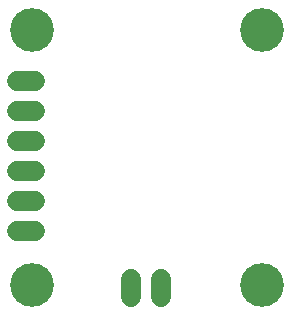
<source format=gts>
G04 EAGLE Gerber RS-274X export*
G75*
%MOMM*%
%FSLAX34Y34*%
%LPD*%
%INSoldermask Top*%
%IPPOS*%
%AMOC8*
5,1,8,0,0,1.08239X$1,22.5*%
G01*
G04 Define Apertures*
%ADD10C,3.703200*%
%ADD11C,1.727200*%
D10*
X33000Y248000D03*
X228000Y248000D03*
X33000Y31750D03*
X228000Y31750D03*
D11*
X36020Y77800D02*
X20780Y77800D01*
X20780Y103200D02*
X36020Y103200D01*
X36020Y128600D02*
X20780Y128600D01*
X20780Y154000D02*
X36020Y154000D01*
X36020Y179400D02*
X20780Y179400D01*
X20780Y204800D02*
X36020Y204800D01*
X142700Y36620D02*
X142700Y21380D01*
X117300Y21380D02*
X117300Y36620D01*
M02*

</source>
